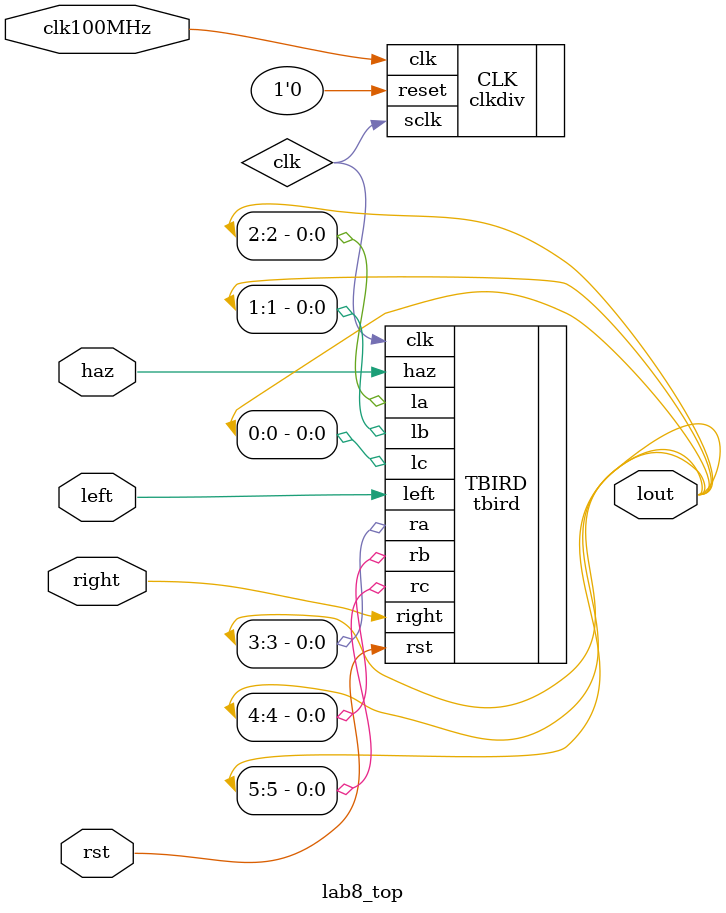
<source format=sv>
`timescale 1ns / 1ps


module lab8_top(input logic clk100MHz, rst, left, right, haz,
                output logic [5:0] lout);
    logic clk;
        
    clkdiv CLK(.clk(clk100MHz), .reset(1'b0), .sclk(clk));
    tbird TBIRD(.clk, .rst, .left, .right, .haz, .lc(lout[0]), .lb(lout[1]), .la(lout[2]), .ra(lout[3]), .rb(lout[4]), .rc(lout[5]));
        
endmodule

</source>
